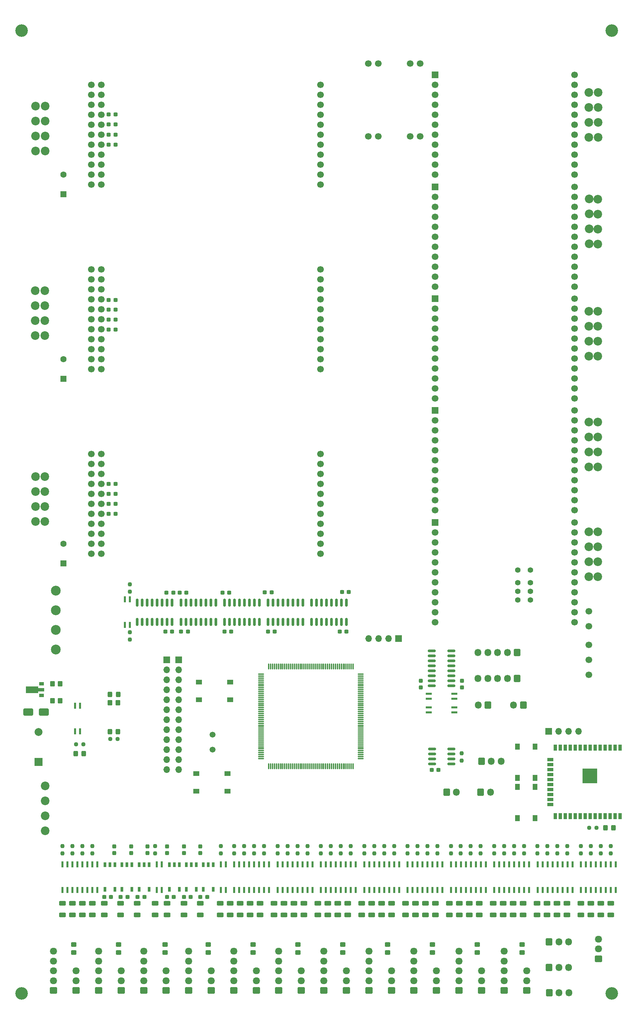
<source format=gbr>
%TF.GenerationSoftware,KiCad,Pcbnew,7.0.10*%
%TF.CreationDate,2024-02-14T22:06:42+09:00*%
%TF.ProjectId,crimping_machine,6372696d-7069-46e6-975f-6d616368696e,rev?*%
%TF.SameCoordinates,Original*%
%TF.FileFunction,Soldermask,Top*%
%TF.FilePolarity,Negative*%
%FSLAX46Y46*%
G04 Gerber Fmt 4.6, Leading zero omitted, Abs format (unit mm)*
G04 Created by KiCad (PCBNEW 7.0.10) date 2024-02-14 22:06:42*
%MOMM*%
%LPD*%
G01*
G04 APERTURE LIST*
G04 Aperture macros list*
%AMRoundRect*
0 Rectangle with rounded corners*
0 $1 Rounding radius*
0 $2 $3 $4 $5 $6 $7 $8 $9 X,Y pos of 4 corners*
0 Add a 4 corners polygon primitive as box body*
4,1,4,$2,$3,$4,$5,$6,$7,$8,$9,$2,$3,0*
0 Add four circle primitives for the rounded corners*
1,1,$1+$1,$2,$3*
1,1,$1+$1,$4,$5*
1,1,$1+$1,$6,$7*
1,1,$1+$1,$8,$9*
0 Add four rect primitives between the rounded corners*
20,1,$1+$1,$2,$3,$4,$5,0*
20,1,$1+$1,$4,$5,$6,$7,0*
20,1,$1+$1,$6,$7,$8,$9,0*
20,1,$1+$1,$8,$9,$2,$3,0*%
%AMFreePoly0*
4,1,9,3.862500,-0.866500,0.737500,-0.866500,0.737500,-0.450000,-0.737500,-0.450000,-0.737500,0.450000,0.737500,0.450000,0.737500,0.866500,3.862500,0.866500,3.862500,-0.866500,3.862500,-0.866500,$1*%
G04 Aperture macros list end*
%ADD10C,2.500000*%
%ADD11RoundRect,0.250000X0.675000X-0.600000X0.675000X0.600000X-0.675000X0.600000X-0.675000X-0.600000X0*%
%ADD12O,1.850000X1.700000*%
%ADD13RoundRect,0.250000X-0.625000X0.312500X-0.625000X-0.312500X0.625000X-0.312500X0.625000X0.312500X0*%
%ADD14RoundRect,0.250000X0.450000X-0.325000X0.450000X0.325000X-0.450000X0.325000X-0.450000X-0.325000X0*%
%ADD15RoundRect,0.237500X-0.300000X-0.237500X0.300000X-0.237500X0.300000X0.237500X-0.300000X0.237500X0*%
%ADD16RoundRect,0.237500X0.237500X-0.250000X0.237500X0.250000X-0.237500X0.250000X-0.237500X-0.250000X0*%
%ADD17C,3.200000*%
%ADD18C,1.700000*%
%ADD19RoundRect,0.250000X0.350000X0.450000X-0.350000X0.450000X-0.350000X-0.450000X0.350000X-0.450000X0*%
%ADD20RoundRect,0.137500X0.137500X-0.662500X0.137500X0.662500X-0.137500X0.662500X-0.137500X-0.662500X0*%
%ADD21RoundRect,0.237500X0.250000X0.237500X-0.250000X0.237500X-0.250000X-0.237500X0.250000X-0.237500X0*%
%ADD22C,2.200000*%
%ADD23RoundRect,0.237500X0.300000X0.237500X-0.300000X0.237500X-0.300000X-0.237500X0.300000X-0.237500X0*%
%ADD24R,0.800000X1.200000*%
%ADD25RoundRect,0.250000X-0.600000X-0.675000X0.600000X-0.675000X0.600000X0.675000X-0.600000X0.675000X0*%
%ADD26O,1.700000X1.850000*%
%ADD27R,1.700000X1.700000*%
%ADD28RoundRect,0.250000X-0.325000X-0.450000X0.325000X-0.450000X0.325000X0.450000X-0.325000X0.450000X0*%
%ADD29RoundRect,0.250000X-0.350000X-0.450000X0.350000X-0.450000X0.350000X0.450000X-0.350000X0.450000X0*%
%ADD30RoundRect,0.137500X-0.662500X-0.137500X0.662500X-0.137500X0.662500X0.137500X-0.662500X0.137500X0*%
%ADD31RoundRect,0.237500X0.237500X-0.300000X0.237500X0.300000X-0.237500X0.300000X-0.237500X-0.300000X0*%
%ADD32RoundRect,0.237500X-0.237500X0.250000X-0.237500X-0.250000X0.237500X-0.250000X0.237500X0.250000X0*%
%ADD33R,1.300000X0.900000*%
%ADD34FreePoly0,180.000000*%
%ADD35RoundRect,0.250000X0.600000X0.675000X-0.600000X0.675000X-0.600000X-0.675000X0.600000X-0.675000X0*%
%ADD36RoundRect,0.237500X-0.237500X0.300000X-0.237500X-0.300000X0.237500X-0.300000X0.237500X0.300000X0*%
%ADD37R,1.600000X1.600000*%
%ADD38C,1.600000*%
%ADD39RoundRect,0.150000X-0.825000X-0.150000X0.825000X-0.150000X0.825000X0.150000X-0.825000X0.150000X0*%
%ADD40RoundRect,0.150000X-0.150000X0.825000X-0.150000X-0.825000X0.150000X-0.825000X0.150000X0.825000X0*%
%ADD41O,1.700000X1.700000*%
%ADD42R,0.900000X1.500000*%
%ADD43R,1.500000X0.900000*%
%ADD44C,0.600000*%
%ADD45R,3.800000X3.800000*%
%ADD46RoundRect,0.150000X0.150000X-0.825000X0.150000X0.825000X-0.150000X0.825000X-0.150000X-0.825000X0*%
%ADD47R,1.550000X1.300000*%
%ADD48RoundRect,0.137500X-0.137500X0.662500X-0.137500X-0.662500X0.137500X-0.662500X0.137500X0.662500X0*%
%ADD49RoundRect,0.250000X-1.000000X-0.650000X1.000000X-0.650000X1.000000X0.650000X-1.000000X0.650000X0*%
%ADD50R,2.000000X2.000000*%
%ADD51C,2.000000*%
%ADD52R,1.300000X1.550000*%
%ADD53RoundRect,0.075000X-0.675000X-0.075000X0.675000X-0.075000X0.675000X0.075000X-0.675000X0.075000X0*%
%ADD54RoundRect,0.075000X-0.075000X-0.675000X0.075000X-0.675000X0.075000X0.675000X-0.075000X0.675000X0*%
%ADD55C,1.500000*%
%ADD56RoundRect,0.250000X0.325000X0.450000X-0.325000X0.450000X-0.325000X-0.450000X0.325000X-0.450000X0*%
%ADD57RoundRect,0.237500X-0.250000X-0.237500X0.250000X-0.237500X0.250000X0.237500X-0.250000X0.237500X0*%
%ADD58C,1.400000*%
G04 APERTURE END LIST*
D10*
%TO.C,J30*%
X-503650000Y-59400000D03*
X-503650000Y-64400000D03*
X-503650000Y-69400000D03*
X-503650000Y-74400000D03*
%TD*%
D11*
%TO.C,J23*%
X-389409580Y-161210000D03*
D12*
X-389409580Y-158710000D03*
X-389409580Y-156210000D03*
X-389409580Y-153710000D03*
X-389409580Y-151210000D03*
%TD*%
D13*
%TO.C,R48*%
X-431800000Y-138999500D03*
X-431800000Y-141924500D03*
%TD*%
D11*
%TO.C,J28*%
X-365364000Y-153122000D03*
D12*
X-365364000Y-150622000D03*
X-365364000Y-148122000D03*
%TD*%
D14*
%TO.C,D2*%
X-487680000Y-151520000D03*
X-487680000Y-149470000D03*
%TD*%
D13*
%TO.C,R54*%
X-423164000Y-138999500D03*
X-423164000Y-141924500D03*
%TD*%
D15*
%TO.C,C40*%
X-487145500Y-137414000D03*
X-485420500Y-137414000D03*
%TD*%
D16*
%TO.C,R75*%
X-395376400Y-126288800D03*
X-395376400Y-124463800D03*
%TD*%
D17*
%TO.C,H1*%
X-512445000Y83185000D03*
%TD*%
D13*
%TO.C,R80*%
X-387096000Y-138999500D03*
X-387096000Y-141924500D03*
%TD*%
D18*
%TO.C,U29*%
X-436245000Y43942000D03*
X-436245000Y46482000D03*
X-436245000Y49022000D03*
X-436245000Y51562000D03*
X-436245000Y54102000D03*
X-436245000Y56642000D03*
X-436245000Y59182000D03*
X-436245000Y61722000D03*
X-436245000Y64262000D03*
X-436245000Y66802000D03*
X-436245000Y69342000D03*
X-492125000Y69342000D03*
X-492125000Y66802000D03*
X-492125000Y64262000D03*
X-492125000Y61722000D03*
X-492125000Y59182000D03*
X-492125000Y56642000D03*
X-492125000Y54102000D03*
X-492125000Y51562000D03*
X-492125000Y49022000D03*
X-492125000Y46482000D03*
X-492125000Y43942000D03*
X-494665000Y43942000D03*
X-494665000Y46482000D03*
X-494665000Y49022000D03*
X-494665000Y51562000D03*
X-494665000Y54102000D03*
X-494665000Y56642000D03*
X-494665000Y59182000D03*
X-494665000Y61722000D03*
X-494665000Y64262000D03*
X-494665000Y66802000D03*
X-494665000Y69342000D03*
%TD*%
D19*
%TO.C,R26*%
X-487850000Y-87950000D03*
X-489850000Y-87950000D03*
%TD*%
D20*
%TO.C,U10*%
X-436108830Y-135584000D03*
X-434838830Y-135584000D03*
X-433568830Y-135584000D03*
X-432298830Y-135584000D03*
X-431028830Y-135584000D03*
X-429758830Y-135584000D03*
X-428488830Y-135584000D03*
X-427218830Y-135584000D03*
X-427218830Y-129084000D03*
X-428488830Y-129084000D03*
X-429758830Y-129084000D03*
X-431028830Y-129084000D03*
X-432298830Y-129084000D03*
X-433568830Y-129084000D03*
X-434838830Y-129084000D03*
X-436108830Y-129084000D03*
%TD*%
D21*
%TO.C,R100*%
X-365850000Y-119800000D03*
X-367675000Y-119800000D03*
%TD*%
D22*
%TO.C,J33*%
X-367770000Y240000D03*
X-367770000Y4050000D03*
X-367770000Y7860000D03*
X-367770000Y11670000D03*
%TD*%
D23*
%TO.C,C35*%
X-458967500Y-69785000D03*
X-460692500Y-69785000D03*
%TD*%
D24*
%TO.C,U34*%
X-486811060Y-135484000D03*
X-484271060Y-135484000D03*
X-484271060Y-129184000D03*
X-485541060Y-129184000D03*
X-486811060Y-129184000D03*
%TD*%
D14*
%TO.C,D4*%
X-464820000Y-151520000D03*
X-464820000Y-149470000D03*
%TD*%
D22*
%TO.C,J35*%
X-367820000Y56007000D03*
X-367820000Y59817000D03*
X-367820000Y63627000D03*
X-367820000Y67437000D03*
%TD*%
D20*
%TO.C,U31*%
X-461591240Y-135584000D03*
X-460321240Y-135584000D03*
X-460321240Y-129084000D03*
X-461591240Y-129084000D03*
%TD*%
D23*
%TO.C,C27*%
X-448691000Y-59817000D03*
X-450416000Y-59817000D03*
%TD*%
D20*
%TO.C,U11*%
X-425061360Y-135584000D03*
X-423791360Y-135584000D03*
X-422521360Y-135584000D03*
X-421251360Y-135584000D03*
X-419981360Y-135584000D03*
X-418711360Y-135584000D03*
X-417441360Y-135584000D03*
X-416171360Y-135584000D03*
X-416171360Y-129084000D03*
X-417441360Y-129084000D03*
X-418711360Y-129084000D03*
X-419981360Y-129084000D03*
X-421251360Y-129084000D03*
X-422521360Y-129084000D03*
X-423791360Y-129084000D03*
X-425061360Y-129084000D03*
%TD*%
D23*
%TO.C,C55*%
X-488475000Y7050000D03*
X-490200000Y7050000D03*
%TD*%
D16*
%TO.C,R41*%
X-442061600Y-126288800D03*
X-442061600Y-124463800D03*
%TD*%
D11*
%TO.C,J15*%
X-435350060Y-161210000D03*
D12*
X-435350060Y-158710000D03*
X-435350060Y-156210000D03*
X-435350060Y-153710000D03*
X-435350060Y-151210000D03*
%TD*%
D22*
%TO.C,J29*%
X-506410000Y-109120000D03*
X-506410000Y-112930000D03*
X-506410000Y-116740000D03*
X-506410000Y-120550000D03*
%TD*%
D14*
%TO.C,D5*%
X-453390000Y-151520000D03*
X-453390000Y-149470000D03*
%TD*%
D25*
%TO.C,J1*%
X-404050000Y-110738300D03*
D26*
X-401550000Y-110738300D03*
%TD*%
D13*
%TO.C,R46*%
X-434340000Y-138999500D03*
X-434340000Y-141924500D03*
%TD*%
D11*
%TO.C,J3*%
X-504260780Y-161210000D03*
D12*
X-504260780Y-158710000D03*
X-504260780Y-156210000D03*
X-504260780Y-153710000D03*
X-504260780Y-151210000D03*
%TD*%
D14*
%TO.C,D9*%
X-407670000Y-151520000D03*
X-407670000Y-149470000D03*
%TD*%
D18*
%TO.C,U27*%
X-436245000Y-50038000D03*
X-436245000Y-47498000D03*
X-436245000Y-44958000D03*
X-436245000Y-42418000D03*
X-436245000Y-39878000D03*
X-436245000Y-37338000D03*
X-436245000Y-34798000D03*
X-436245000Y-32258000D03*
X-436245000Y-29718000D03*
X-436245000Y-27178000D03*
X-436245000Y-24638000D03*
X-492125000Y-24638000D03*
X-492125000Y-27178000D03*
X-492125000Y-29718000D03*
X-492125000Y-32258000D03*
X-492125000Y-34798000D03*
X-492125000Y-37338000D03*
X-492125000Y-39878000D03*
X-492125000Y-42418000D03*
X-492125000Y-44958000D03*
X-492125000Y-47498000D03*
X-492125000Y-50038000D03*
X-494665000Y-50038000D03*
X-494665000Y-47498000D03*
X-494665000Y-44958000D03*
X-494665000Y-42418000D03*
X-494665000Y-39878000D03*
X-494665000Y-37338000D03*
X-494665000Y-34798000D03*
X-494665000Y-32258000D03*
X-494665000Y-29718000D03*
X-494665000Y-27178000D03*
X-494665000Y-24638000D03*
%TD*%
D27*
%TO.C,U24*%
X-407035000Y14922500D03*
D18*
X-407035000Y12382500D03*
X-407035000Y9842500D03*
X-407035000Y7302500D03*
X-407035000Y4762500D03*
X-407035000Y2222500D03*
X-407035000Y-317500D03*
X-407035000Y-2857500D03*
X-407035000Y-5397500D03*
X-407035000Y-7937500D03*
X-407035000Y-10477500D03*
X-371475000Y-10477500D03*
X-371475000Y-7937500D03*
X-371475000Y-5397500D03*
X-371475000Y-2857500D03*
X-371475000Y-317500D03*
X-371475000Y2222500D03*
X-371475000Y4762500D03*
X-371475000Y7302500D03*
X-371475000Y9842500D03*
X-371475000Y12382500D03*
X-371475000Y14922500D03*
%TD*%
D28*
%TO.C,D15*%
X-489852500Y-85800000D03*
X-487802500Y-85800000D03*
%TD*%
D29*
%TO.C,R24*%
X-504550000Y-83100000D03*
X-502550000Y-83100000D03*
%TD*%
D16*
%TO.C,R53*%
X-425043600Y-126288800D03*
X-425043600Y-124463800D03*
%TD*%
D13*
%TO.C,R19*%
X-482981000Y-138999500D03*
X-482981000Y-141924500D03*
%TD*%
%TO.C,R21*%
X-466852000Y-138999500D03*
X-466852000Y-141924500D03*
%TD*%
D30*
%TO.C,U41*%
X-408583200Y-89154000D03*
X-408583200Y-90424000D03*
X-402083200Y-90424000D03*
X-402083200Y-89154000D03*
%TD*%
D13*
%TO.C,R60*%
X-414528000Y-138999500D03*
X-414528000Y-141924500D03*
%TD*%
D11*
%TO.C,J21*%
X-400894700Y-161210000D03*
D12*
X-400894700Y-158710000D03*
X-400894700Y-156210000D03*
X-400894700Y-153710000D03*
X-400894700Y-151210000D03*
%TD*%
D13*
%TO.C,R76*%
X-392176000Y-138999500D03*
X-392176000Y-141924500D03*
%TD*%
D31*
%TO.C,C24*%
X-400177000Y-84068000D03*
X-400177000Y-82343000D03*
%TD*%
D32*
%TO.C,R1*%
X-400253200Y-100816400D03*
X-400253200Y-102641400D03*
%TD*%
D25*
%TO.C,J26*%
X-377952000Y-148859000D03*
D26*
X-375452000Y-148859000D03*
X-372952000Y-148859000D03*
%TD*%
D33*
%TO.C,Q1*%
X-507360000Y-86110000D03*
D34*
X-507447500Y-84610000D03*
D33*
X-507360000Y-83110000D03*
%TD*%
D35*
%TO.C,J54*%
X-384500000Y-88500000D03*
D26*
X-387000000Y-88500000D03*
%TD*%
D11*
%TO.C,J24*%
X-383667020Y-161210000D03*
D12*
X-383667020Y-158710000D03*
X-383667020Y-156210000D03*
%TD*%
D35*
%TO.C,J49*%
X-393500000Y-88500000D03*
D26*
X-396000000Y-88500000D03*
%TD*%
D22*
%TO.C,J41*%
X-506476000Y-30353000D03*
X-506476000Y-34163000D03*
X-506476000Y-37973000D03*
X-506476000Y-41783000D03*
%TD*%
D20*
%TO.C,U13*%
X-402966420Y-135584000D03*
X-401696420Y-135584000D03*
X-400426420Y-135584000D03*
X-399156420Y-135584000D03*
X-397886420Y-135584000D03*
X-396616420Y-135584000D03*
X-395346420Y-135584000D03*
X-394076420Y-135584000D03*
X-394076420Y-129084000D03*
X-395346420Y-129084000D03*
X-396616420Y-129084000D03*
X-397886420Y-129084000D03*
X-399156420Y-129084000D03*
X-400426420Y-129084000D03*
X-401696420Y-129084000D03*
X-402966420Y-129084000D03*
%TD*%
%TO.C,U8*%
X-458203770Y-135584000D03*
X-456933770Y-135584000D03*
X-455663770Y-135584000D03*
X-454393770Y-135584000D03*
X-453123770Y-135584000D03*
X-451853770Y-135584000D03*
X-450583770Y-135584000D03*
X-449313770Y-135584000D03*
X-449313770Y-129084000D03*
X-450583770Y-129084000D03*
X-451853770Y-129084000D03*
X-453123770Y-129084000D03*
X-454393770Y-129084000D03*
X-455663770Y-129084000D03*
X-456933770Y-129084000D03*
X-458203770Y-129084000D03*
%TD*%
D36*
%TO.C,C38*%
X-480314000Y-124513800D03*
X-480314000Y-126238800D03*
%TD*%
D11*
%TO.C,J10*%
X-464062860Y-161210000D03*
D12*
X-464062860Y-158710000D03*
X-464062860Y-156210000D03*
%TD*%
D11*
%TO.C,J22*%
X-395152140Y-161210000D03*
D12*
X-395152140Y-158710000D03*
X-395152140Y-156210000D03*
%TD*%
D37*
%TO.C,C48*%
X-501700000Y-52500000D03*
D38*
X-501700000Y-47500000D03*
%TD*%
D16*
%TO.C,R67*%
X-406400000Y-126288800D03*
X-406400000Y-124463800D03*
%TD*%
D14*
%TO.C,D10*%
X-396240000Y-151520000D03*
X-396240000Y-149470000D03*
%TD*%
D11*
%TO.C,J13*%
X-446835180Y-161210000D03*
D12*
X-446835180Y-158710000D03*
X-446835180Y-156210000D03*
X-446835180Y-153710000D03*
X-446835180Y-151210000D03*
%TD*%
D27*
%TO.C,U25*%
X-407035000Y43402250D03*
D18*
X-407035000Y40862250D03*
X-407035000Y38322250D03*
X-407035000Y35782250D03*
X-407035000Y33242250D03*
X-407035000Y30702250D03*
X-407035000Y28162250D03*
X-407035000Y25622250D03*
X-407035000Y23082250D03*
X-407035000Y20542250D03*
X-407035000Y18002250D03*
X-371475000Y18002250D03*
X-371475000Y20542250D03*
X-371475000Y23082250D03*
X-371475000Y25622250D03*
X-371475000Y28162250D03*
X-371475000Y30702250D03*
X-371475000Y33242250D03*
X-371475000Y35782250D03*
X-371475000Y38322250D03*
X-371475000Y40862250D03*
X-371475000Y43402250D03*
%TD*%
D39*
%TO.C,U4*%
X-407797000Y-99745800D03*
X-407797000Y-101015800D03*
X-407797000Y-102285800D03*
X-407797000Y-103555800D03*
X-402847000Y-103555800D03*
X-402847000Y-102285800D03*
X-402847000Y-101015800D03*
X-402847000Y-99745800D03*
%TD*%
D13*
%TO.C,R98*%
X-362204000Y-138999500D03*
X-362204000Y-141924500D03*
%TD*%
%TO.C,R12*%
X-478409000Y-138999500D03*
X-478409000Y-141924500D03*
%TD*%
D14*
%TO.C,D11*%
X-384810000Y-151520000D03*
X-384810000Y-149470000D03*
%TD*%
D16*
%TO.C,R31*%
X-455676000Y-126288800D03*
X-455676000Y-124463800D03*
%TD*%
D23*
%TO.C,C29*%
X-470016500Y-69785000D03*
X-471741500Y-69785000D03*
%TD*%
D13*
%TO.C,R66*%
X-406908000Y-138999500D03*
X-406908000Y-141924500D03*
%TD*%
D15*
%TO.C,C45*%
X-475334500Y-137414000D03*
X-473609500Y-137414000D03*
%TD*%
D13*
%TO.C,R62*%
X-411988000Y-138999500D03*
X-411988000Y-141924500D03*
%TD*%
D18*
%TO.C,U39*%
X-410808000Y74764000D03*
X-413348000Y74764000D03*
X-421476000Y74764000D03*
X-424016000Y74764000D03*
X-424016000Y56222000D03*
X-421476000Y56222000D03*
X-413348000Y56222000D03*
X-410808000Y56222000D03*
%TD*%
D11*
%TO.C,J12*%
X-452577740Y-161210000D03*
D12*
X-452577740Y-158710000D03*
X-452577740Y-156210000D03*
%TD*%
D13*
%TO.C,R16*%
X-475361000Y-138999500D03*
X-475361000Y-141924500D03*
%TD*%
D16*
%TO.C,R15*%
X-461619600Y-126288800D03*
X-461619600Y-124463800D03*
%TD*%
D40*
%TO.C,U21*%
X-429577500Y-62422000D03*
X-430847500Y-62422000D03*
X-432117500Y-62422000D03*
X-433387500Y-62422000D03*
X-434657500Y-62422000D03*
X-435927500Y-62422000D03*
X-437197500Y-62422000D03*
X-438467500Y-62422000D03*
X-438467500Y-67372000D03*
X-437197500Y-67372000D03*
X-435927500Y-67372000D03*
X-434657500Y-67372000D03*
X-433387500Y-67372000D03*
X-432117500Y-67372000D03*
X-430847500Y-67372000D03*
X-429577500Y-67372000D03*
%TD*%
D16*
%TO.C,R93*%
X-369824000Y-126288800D03*
X-369824000Y-124463800D03*
%TD*%
D13*
%TO.C,R44*%
X-436880000Y-138999500D03*
X-436880000Y-141924500D03*
%TD*%
D24*
%TO.C,U32*%
X-491158530Y-135484000D03*
X-488618530Y-135484000D03*
X-488618530Y-129184000D03*
X-489888530Y-129184000D03*
X-491158530Y-129184000D03*
%TD*%
D13*
%TO.C,R8*%
X-502031000Y-138999500D03*
X-502031000Y-141924500D03*
%TD*%
D16*
%TO.C,R45*%
X-436118000Y-126288800D03*
X-436118000Y-124463800D03*
%TD*%
D20*
%TO.C,U15*%
X-380871480Y-135584000D03*
X-379601480Y-135584000D03*
X-378331480Y-135584000D03*
X-377061480Y-135584000D03*
X-375791480Y-135584000D03*
X-374521480Y-135584000D03*
X-373251480Y-135584000D03*
X-371981480Y-135584000D03*
X-371981480Y-129084000D03*
X-373251480Y-129084000D03*
X-374521480Y-129084000D03*
X-375791480Y-129084000D03*
X-377061480Y-129084000D03*
X-378331480Y-129084000D03*
X-379601480Y-129084000D03*
X-380871480Y-129084000D03*
%TD*%
D16*
%TO.C,R33*%
X-453136000Y-126288800D03*
X-453136000Y-124463800D03*
%TD*%
D35*
%TO.C,J52*%
X-386050000Y-75200000D03*
D26*
X-388550000Y-75200000D03*
X-391050000Y-75200000D03*
X-393550000Y-75200000D03*
X-396050000Y-75200000D03*
%TD*%
D13*
%TO.C,R20*%
X-471043000Y-138999500D03*
X-471043000Y-141924500D03*
%TD*%
%TO.C,R50*%
X-429260000Y-138999500D03*
X-429260000Y-141924500D03*
%TD*%
D25*
%TO.C,J25*%
X-377952000Y-155336000D03*
D26*
X-375452000Y-155336000D03*
X-372952000Y-155336000D03*
%TD*%
D16*
%TO.C,R63*%
X-411480000Y-126288800D03*
X-411480000Y-124463800D03*
%TD*%
D24*
%TO.C,U35*%
X-482463590Y-135484000D03*
X-479923590Y-135484000D03*
X-479923590Y-129184000D03*
X-481193590Y-129184000D03*
X-482463590Y-129184000D03*
%TD*%
D16*
%TO.C,R65*%
X-408940000Y-126288800D03*
X-408940000Y-124463800D03*
%TD*%
D28*
%TO.C,D14*%
X-489865000Y-95300000D03*
X-487815000Y-95300000D03*
%TD*%
D27*
%TO.C,J48*%
X-416306000Y-71602600D03*
D41*
X-418846000Y-71602600D03*
X-421386000Y-71602600D03*
X-423926000Y-71602600D03*
%TD*%
D21*
%TO.C,R25*%
X-487950000Y-97150000D03*
X-489775000Y-97150000D03*
%TD*%
D23*
%TO.C,C58*%
X-488475000Y14550000D03*
X-490200000Y14550000D03*
%TD*%
D24*
%TO.C,U7*%
X-470421180Y-135484000D03*
X-467881180Y-135484000D03*
X-467881180Y-129184000D03*
X-469151180Y-129184000D03*
X-470421180Y-129184000D03*
%TD*%
D18*
%TO.C,U28*%
X-436245000Y-3048000D03*
X-436245000Y-508000D03*
X-436245000Y2032000D03*
X-436245000Y4572000D03*
X-436245000Y7112000D03*
X-436245000Y9652000D03*
X-436245000Y12192000D03*
X-436245000Y14732000D03*
X-436245000Y17272000D03*
X-436245000Y19812000D03*
X-436245000Y22352000D03*
X-492125000Y22352000D03*
X-492125000Y19812000D03*
X-492125000Y17272000D03*
X-492125000Y14732000D03*
X-492125000Y12192000D03*
X-492125000Y9652000D03*
X-492125000Y7112000D03*
X-492125000Y4572000D03*
X-492125000Y2032000D03*
X-492125000Y-508000D03*
X-492125000Y-3048000D03*
X-494665000Y-3048000D03*
X-494665000Y-508000D03*
X-494665000Y2032000D03*
X-494665000Y4572000D03*
X-494665000Y7112000D03*
X-494665000Y9652000D03*
X-494665000Y12192000D03*
X-494665000Y14732000D03*
X-494665000Y17272000D03*
X-494665000Y19812000D03*
X-494665000Y22352000D03*
%TD*%
D16*
%TO.C,R79*%
X-389382000Y-126288800D03*
X-389382000Y-124463800D03*
%TD*%
D27*
%TO.C,J56*%
X-378080000Y-95220000D03*
D41*
X-375540000Y-95220000D03*
X-373000000Y-95220000D03*
X-370460000Y-95220000D03*
%TD*%
D36*
%TO.C,C43*%
X-471043000Y-124513800D03*
X-471043000Y-126238800D03*
%TD*%
D42*
%TO.C,U1*%
X-359860000Y-99350000D03*
X-361130000Y-99350000D03*
X-362400000Y-99350000D03*
X-363670000Y-99350000D03*
X-364940000Y-99350000D03*
X-366210000Y-99350000D03*
X-367480000Y-99350000D03*
X-368750000Y-99350000D03*
X-370020000Y-99350000D03*
X-371290000Y-99350000D03*
X-372560000Y-99350000D03*
X-373830000Y-99350000D03*
X-375100000Y-99350000D03*
X-376370000Y-99350000D03*
D43*
X-377620000Y-102390000D03*
X-377620000Y-103660000D03*
X-377620000Y-104930000D03*
X-377620000Y-106200000D03*
X-377620000Y-107470000D03*
X-377620000Y-108740000D03*
X-377620000Y-110010000D03*
X-377620000Y-111280000D03*
X-377620000Y-112550000D03*
X-377620000Y-113820000D03*
D42*
X-376370000Y-116850000D03*
X-375100000Y-116850000D03*
X-373830000Y-116850000D03*
X-372560000Y-116850000D03*
X-371290000Y-116850000D03*
X-370020000Y-116850000D03*
X-368750000Y-116850000D03*
X-367480000Y-116850000D03*
X-366210000Y-116850000D03*
X-364940000Y-116850000D03*
X-363670000Y-116850000D03*
X-362400000Y-116850000D03*
X-361130000Y-116850000D03*
X-359860000Y-116850000D03*
D44*
X-366880000Y-105200000D03*
X-368280000Y-105200000D03*
X-366180000Y-105900000D03*
X-367580000Y-105900000D03*
X-368980000Y-105900000D03*
X-366880000Y-106575000D03*
X-368280000Y-106575000D03*
D45*
X-367580000Y-106600000D03*
D44*
X-366180000Y-107300000D03*
X-367580000Y-107300000D03*
X-368980000Y-107300000D03*
X-366880000Y-108000000D03*
X-368280000Y-108000000D03*
%TD*%
D23*
%TO.C,C56*%
X-488475000Y9600000D03*
X-490200000Y9600000D03*
%TD*%
D13*
%TO.C,R17*%
X-491363000Y-138999500D03*
X-491363000Y-141924500D03*
%TD*%
D24*
%TO.C,U30*%
X-474768650Y-135484000D03*
X-472228650Y-135484000D03*
X-472228650Y-129184000D03*
X-473498650Y-129184000D03*
X-474768650Y-129184000D03*
%TD*%
D16*
%TO.C,R55*%
X-422503600Y-126288800D03*
X-422503600Y-124463800D03*
%TD*%
D36*
%TO.C,C37*%
X-484505000Y-124513800D03*
X-484505000Y-126238800D03*
%TD*%
D22*
%TO.C,J46*%
X-506437000Y63910000D03*
X-506437000Y60100000D03*
X-506437000Y56290000D03*
X-506437000Y52480000D03*
%TD*%
D13*
%TO.C,R30*%
X-456692000Y-138999500D03*
X-456692000Y-141924500D03*
%TD*%
%TO.C,R82*%
X-384556000Y-138999500D03*
X-384556000Y-141924500D03*
%TD*%
D46*
%TO.C,U18*%
X-471805000Y-67372000D03*
X-470535000Y-67372000D03*
X-469265000Y-67372000D03*
X-467995000Y-67372000D03*
X-466725000Y-67372000D03*
X-465455000Y-67372000D03*
X-464185000Y-67372000D03*
X-462915000Y-67372000D03*
X-462915000Y-62422000D03*
X-464185000Y-62422000D03*
X-465455000Y-62422000D03*
X-466725000Y-62422000D03*
X-467995000Y-62422000D03*
X-469265000Y-62422000D03*
X-470535000Y-62422000D03*
X-471805000Y-62422000D03*
%TD*%
D47*
%TO.C,SW3*%
X-467850000Y-106000000D03*
X-459900000Y-106000000D03*
X-467850000Y-110500000D03*
X-459900000Y-110500000D03*
%TD*%
D27*
%TO.C,J55*%
X-475400000Y-77060000D03*
D41*
X-475400000Y-79600000D03*
X-475400000Y-82140000D03*
X-475400000Y-84680000D03*
X-475400000Y-87220000D03*
X-475400000Y-89760000D03*
X-475400000Y-92300000D03*
X-475400000Y-94840000D03*
X-475400000Y-97380000D03*
X-475400000Y-99920000D03*
X-475400000Y-102460000D03*
X-475400000Y-105000000D03*
%TD*%
D11*
%TO.C,J20*%
X-406637260Y-161210000D03*
D12*
X-406637260Y-158710000D03*
X-406637260Y-156210000D03*
%TD*%
D13*
%TO.C,R6*%
X-499491000Y-138999500D03*
X-499491000Y-141924500D03*
%TD*%
D25*
%TO.C,J27*%
X-377912000Y-161813000D03*
D26*
X-375412000Y-161813000D03*
X-372912000Y-161813000D03*
%TD*%
D27*
%TO.C,U22*%
X-407035000Y-42037000D03*
D18*
X-407035000Y-44577000D03*
X-407035000Y-47117000D03*
X-407035000Y-49657000D03*
X-407035000Y-52197000D03*
X-407035000Y-54737000D03*
X-407035000Y-57277000D03*
X-407035000Y-59817000D03*
X-407035000Y-62357000D03*
X-407035000Y-64897000D03*
X-407035000Y-67437000D03*
X-371475000Y-67437000D03*
X-371475000Y-64897000D03*
X-371475000Y-62357000D03*
X-371475000Y-59817000D03*
X-371475000Y-57277000D03*
X-371475000Y-54737000D03*
X-371475000Y-52197000D03*
X-371475000Y-49657000D03*
X-371475000Y-47117000D03*
X-371475000Y-44577000D03*
X-371475000Y-42037000D03*
%TD*%
D15*
%TO.C,C34*%
X-430731000Y-59752000D03*
X-429006000Y-59752000D03*
%TD*%
D23*
%TO.C,C33*%
X-447865500Y-69785000D03*
X-449590500Y-69785000D03*
%TD*%
%TO.C,C54*%
X-488475000Y-32250000D03*
X-490200000Y-32250000D03*
%TD*%
D39*
%TO.C,U40*%
X-407808200Y-74726800D03*
X-407808200Y-75996800D03*
X-407808200Y-77266800D03*
X-407808200Y-78536800D03*
X-407808200Y-79806800D03*
X-407808200Y-81076800D03*
X-407808200Y-82346800D03*
X-407808200Y-83616800D03*
X-402858200Y-83616800D03*
X-402858200Y-82346800D03*
X-402858200Y-81076800D03*
X-402858200Y-79806800D03*
X-402858200Y-78536800D03*
X-402858200Y-77266800D03*
X-402858200Y-75996800D03*
X-402858200Y-74726800D03*
%TD*%
D13*
%TO.C,R68*%
X-403352000Y-138999500D03*
X-403352000Y-141924500D03*
%TD*%
D23*
%TO.C,C15*%
X-406146000Y-105054400D03*
X-407871000Y-105054400D03*
%TD*%
D13*
%TO.C,R86*%
X-378460000Y-138999500D03*
X-378460000Y-141924500D03*
%TD*%
D35*
%TO.C,J53*%
X-386050000Y-81804000D03*
D26*
X-388550000Y-81804000D03*
X-391050000Y-81804000D03*
X-393550000Y-81804000D03*
X-396050000Y-81804000D03*
%TD*%
D16*
%TO.C,R37*%
X-447141600Y-126288800D03*
X-447141600Y-124463800D03*
%TD*%
D11*
%TO.C,J6*%
X-487033100Y-161210000D03*
D12*
X-487033100Y-158710000D03*
X-487033100Y-156210000D03*
%TD*%
D48*
%TO.C,U42*%
X-484830000Y-61647000D03*
X-486100000Y-61647000D03*
X-486100000Y-68147000D03*
X-484830000Y-68147000D03*
%TD*%
D40*
%TO.C,U19*%
X-474027500Y-62422000D03*
X-475297500Y-62422000D03*
X-476567500Y-62422000D03*
X-477837500Y-62422000D03*
X-479107500Y-62422000D03*
X-480377500Y-62422000D03*
X-481647500Y-62422000D03*
X-482917500Y-62422000D03*
X-482917500Y-67372000D03*
X-481647500Y-67372000D03*
X-480377500Y-67372000D03*
X-479107500Y-67372000D03*
X-477837500Y-67372000D03*
X-476567500Y-67372000D03*
X-475297500Y-67372000D03*
X-474027500Y-67372000D03*
%TD*%
D19*
%TO.C,R23*%
X-502570000Y-87410000D03*
X-504570000Y-87410000D03*
%TD*%
D16*
%TO.C,R61*%
X-414020000Y-126288800D03*
X-414020000Y-124463800D03*
%TD*%
D25*
%TO.C,J47*%
X-395150000Y-102850000D03*
D26*
X-392650000Y-102850000D03*
X-390150000Y-102850000D03*
%TD*%
D16*
%TO.C,R81*%
X-386842000Y-126288800D03*
X-386842000Y-124463800D03*
%TD*%
D49*
%TO.C,D12*%
X-510750000Y-90340000D03*
X-506750000Y-90340000D03*
%TD*%
D16*
%TO.C,R57*%
X-419963600Y-126288800D03*
X-419963600Y-124463800D03*
%TD*%
D11*
%TO.C,J19*%
X-412379820Y-161210000D03*
D12*
X-412379820Y-158710000D03*
X-412379820Y-156210000D03*
X-412379820Y-153710000D03*
X-412379820Y-151210000D03*
%TD*%
D31*
%TO.C,C23*%
X-410641800Y-84048600D03*
X-410641800Y-82323600D03*
%TD*%
D16*
%TO.C,R59*%
X-417423600Y-126288800D03*
X-417423600Y-124463800D03*
%TD*%
D17*
%TO.C,H5*%
X-361950000Y-161925000D03*
%TD*%
D11*
%TO.C,J17*%
X-423864940Y-161210000D03*
D12*
X-423864940Y-158710000D03*
X-423864940Y-156210000D03*
X-423864940Y-153710000D03*
X-423864940Y-151210000D03*
%TD*%
D32*
%TO.C,R102*%
X-484840000Y-70010000D03*
X-484840000Y-71835000D03*
%TD*%
D22*
%TO.C,J44*%
X-506487000Y16920000D03*
X-506487000Y13110000D03*
X-506487000Y9300000D03*
X-506487000Y5490000D03*
%TD*%
D37*
%TO.C,C49*%
X-501700000Y-5500000D03*
D38*
X-501700000Y-500000D03*
%TD*%
D16*
%TO.C,R11*%
X-494411000Y-126288800D03*
X-494411000Y-124463800D03*
%TD*%
D15*
%TO.C,C30*%
X-475462500Y-59879000D03*
X-473737500Y-59879000D03*
%TD*%
D30*
%TO.C,U38*%
X-408583200Y-85670400D03*
X-408583200Y-86940400D03*
X-402083200Y-86940400D03*
X-402083200Y-85670400D03*
%TD*%
D22*
%TO.C,J31*%
X-367800000Y-55850000D03*
X-367800000Y-52040000D03*
X-367800000Y-48230000D03*
X-367800000Y-44420000D03*
%TD*%
D13*
%TO.C,R78*%
X-389636000Y-138999500D03*
X-389636000Y-141924500D03*
%TD*%
D50*
%TO.C,BZ1*%
X-508120000Y-103020000D03*
D51*
X-508120000Y-95420000D03*
%TD*%
D14*
%TO.C,D3*%
X-475800000Y-151520000D03*
X-475800000Y-149470000D03*
%TD*%
D27*
%TO.C,U23*%
X-407035000Y-13557250D03*
D18*
X-407035000Y-16097250D03*
X-407035000Y-18637250D03*
X-407035000Y-21177250D03*
X-407035000Y-23717250D03*
X-407035000Y-26257250D03*
X-407035000Y-28797250D03*
X-407035000Y-31337250D03*
X-407035000Y-33877250D03*
X-407035000Y-36417250D03*
X-407035000Y-38957250D03*
X-371475000Y-38957250D03*
X-371475000Y-36417250D03*
X-371475000Y-33877250D03*
X-371475000Y-31337250D03*
X-371475000Y-28797250D03*
X-371475000Y-26257250D03*
X-371475000Y-23717250D03*
X-371475000Y-21177250D03*
X-371475000Y-18637250D03*
X-371475000Y-16097250D03*
X-371475000Y-13557250D03*
%TD*%
D11*
%TO.C,J5*%
X-492775660Y-161210000D03*
D12*
X-492775660Y-158710000D03*
X-492775660Y-156210000D03*
X-492775660Y-153710000D03*
X-492775660Y-151210000D03*
%TD*%
D11*
%TO.C,J11*%
X-458320300Y-161210000D03*
D12*
X-458320300Y-158710000D03*
X-458320300Y-156210000D03*
X-458320300Y-153710000D03*
X-458320300Y-151210000D03*
%TD*%
D16*
%TO.C,R43*%
X-439521600Y-126288800D03*
X-439521600Y-124463800D03*
%TD*%
D24*
%TO.C,U33*%
X-466073710Y-135484000D03*
X-463533710Y-135484000D03*
X-463533710Y-129184000D03*
X-464803710Y-129184000D03*
X-466073710Y-129184000D03*
%TD*%
D16*
%TO.C,R85*%
X-380898400Y-126288800D03*
X-380898400Y-124463800D03*
%TD*%
D13*
%TO.C,R58*%
X-418084000Y-138999500D03*
X-418084000Y-141924500D03*
%TD*%
D23*
%TO.C,C52*%
X-488475000Y-37300000D03*
X-490200000Y-37300000D03*
%TD*%
D52*
%TO.C,SW1*%
X-381530000Y-109350000D03*
X-381530000Y-117300000D03*
X-386030000Y-109350000D03*
X-386030000Y-117300000D03*
%TD*%
D18*
%TO.C,J51*%
X-367820000Y-80800000D03*
X-367820000Y-76990000D03*
X-367820000Y-73180000D03*
%TD*%
D13*
%TO.C,R18*%
X-487172000Y-138999500D03*
X-487172000Y-141924500D03*
%TD*%
%TO.C,R70*%
X-400812000Y-138999500D03*
X-400812000Y-141924500D03*
%TD*%
D16*
%TO.C,R29*%
X-458216000Y-126288800D03*
X-458216000Y-124463800D03*
%TD*%
D20*
%TO.C,U12*%
X-414013890Y-135584000D03*
X-412743890Y-135584000D03*
X-411473890Y-135584000D03*
X-410203890Y-135584000D03*
X-408933890Y-135584000D03*
X-407663890Y-135584000D03*
X-406393890Y-135584000D03*
X-405123890Y-135584000D03*
X-405123890Y-129084000D03*
X-406393890Y-129084000D03*
X-407663890Y-129084000D03*
X-408933890Y-129084000D03*
X-410203890Y-129084000D03*
X-411473890Y-129084000D03*
X-412743890Y-129084000D03*
X-414013890Y-129084000D03*
%TD*%
D16*
%TO.C,R71*%
X-400456400Y-126288800D03*
X-400456400Y-124463800D03*
%TD*%
D13*
%TO.C,R92*%
X-369824000Y-138999500D03*
X-369824000Y-141924500D03*
%TD*%
%TO.C,R32*%
X-454152000Y-138999500D03*
X-454152000Y-141924500D03*
%TD*%
D16*
%TO.C,R97*%
X-364744000Y-126288800D03*
X-364744000Y-124463800D03*
%TD*%
D11*
%TO.C,J18*%
X-418122380Y-161210000D03*
D12*
X-418122380Y-158710000D03*
X-418122380Y-156210000D03*
%TD*%
D14*
%TO.C,D1*%
X-499110000Y-151520000D03*
X-499110000Y-149470000D03*
%TD*%
D22*
%TO.C,J32*%
X-367795000Y-27940000D03*
X-367795000Y-24130000D03*
X-367795000Y-20320000D03*
X-367795000Y-16510000D03*
%TD*%
D23*
%TO.C,C57*%
X-488475000Y12100000D03*
X-490200000Y12100000D03*
%TD*%
D36*
%TO.C,C36*%
X-488823000Y-124513800D03*
X-488823000Y-126238800D03*
%TD*%
D11*
%TO.C,J14*%
X-441092620Y-161210000D03*
D12*
X-441092620Y-158710000D03*
X-441092620Y-156210000D03*
%TD*%
D11*
%TO.C,J7*%
X-481290540Y-161210000D03*
D12*
X-481290540Y-158710000D03*
X-481290540Y-156210000D03*
X-481290540Y-153710000D03*
X-481290540Y-151210000D03*
%TD*%
D23*
%TO.C,C60*%
X-488475000Y56700000D03*
X-490200000Y56700000D03*
%TD*%
D46*
%TO.C,U17*%
X-449580000Y-67372000D03*
X-448310000Y-67372000D03*
X-447040000Y-67372000D03*
X-445770000Y-67372000D03*
X-444500000Y-67372000D03*
X-443230000Y-67372000D03*
X-441960000Y-67372000D03*
X-440690000Y-67372000D03*
X-440690000Y-62422000D03*
X-441960000Y-62422000D03*
X-443230000Y-62422000D03*
X-444500000Y-62422000D03*
X-445770000Y-62422000D03*
X-447040000Y-62422000D03*
X-448310000Y-62422000D03*
X-449580000Y-62422000D03*
%TD*%
D11*
%TO.C,J8*%
X-475547980Y-161210000D03*
D12*
X-475547980Y-158710000D03*
X-475547980Y-156210000D03*
%TD*%
D23*
%TO.C,C53*%
X-488475000Y-34800000D03*
X-490200000Y-34800000D03*
%TD*%
D15*
%TO.C,C39*%
X-491336500Y-137414000D03*
X-489611500Y-137414000D03*
%TD*%
D14*
%TO.C,D6*%
X-441960000Y-151520000D03*
X-441960000Y-149470000D03*
%TD*%
D22*
%TO.C,J34*%
X-367745000Y28865000D03*
X-367745000Y32675000D03*
X-367745000Y36485000D03*
X-367745000Y40295000D03*
%TD*%
D13*
%TO.C,R94*%
X-367284000Y-138999500D03*
X-367284000Y-141924500D03*
%TD*%
D47*
%TO.C,SW4*%
X-467225000Y-82700000D03*
X-459275000Y-82700000D03*
X-467225000Y-87200000D03*
X-459275000Y-87200000D03*
%TD*%
D16*
%TO.C,R77*%
X-391922000Y-126288800D03*
X-391922000Y-124463800D03*
%TD*%
D13*
%TO.C,R28*%
X-459232000Y-138999500D03*
X-459232000Y-141924500D03*
%TD*%
D16*
%TO.C,R39*%
X-444601600Y-126288800D03*
X-444601600Y-124463800D03*
%TD*%
%TO.C,R87*%
X-378358400Y-126288800D03*
X-378358400Y-124463800D03*
%TD*%
%TO.C,R35*%
X-450596000Y-126288800D03*
X-450596000Y-124463800D03*
%TD*%
D15*
%TO.C,C41*%
X-482827500Y-137414000D03*
X-481102500Y-137414000D03*
%TD*%
D25*
%TO.C,J50*%
X-395361200Y-110718600D03*
D26*
X-392861200Y-110718600D03*
%TD*%
D16*
%TO.C,R7*%
X-499491000Y-126288800D03*
X-499491000Y-124463800D03*
%TD*%
D52*
%TO.C,SW2*%
X-381530000Y-99160000D03*
X-381530000Y-107110000D03*
X-386030000Y-99160000D03*
X-386030000Y-107110000D03*
%TD*%
D16*
%TO.C,R5*%
X-496951000Y-126288800D03*
X-496951000Y-124463800D03*
%TD*%
%TO.C,R69*%
X-402966400Y-126288800D03*
X-402966400Y-124463800D03*
%TD*%
D53*
%TO.C,U2*%
X-451333000Y-80664600D03*
X-451333000Y-81164600D03*
X-451333000Y-81664600D03*
X-451333000Y-82164600D03*
X-451333000Y-82664600D03*
X-451333000Y-83164600D03*
X-451333000Y-83664600D03*
X-451333000Y-84164600D03*
X-451333000Y-84664600D03*
X-451333000Y-85164600D03*
X-451333000Y-85664600D03*
X-451333000Y-86164600D03*
X-451333000Y-86664600D03*
X-451333000Y-87164600D03*
X-451333000Y-87664600D03*
X-451333000Y-88164600D03*
X-451333000Y-88664600D03*
X-451333000Y-89164600D03*
X-451333000Y-89664600D03*
X-451333000Y-90164600D03*
X-451333000Y-90664600D03*
X-451333000Y-91164600D03*
X-451333000Y-91664600D03*
X-451333000Y-92164600D03*
X-451333000Y-92664600D03*
X-451333000Y-93164600D03*
X-451333000Y-93664600D03*
X-451333000Y-94164600D03*
X-451333000Y-94664600D03*
X-451333000Y-95164600D03*
X-451333000Y-95664600D03*
X-451333000Y-96164600D03*
X-451333000Y-96664600D03*
X-451333000Y-97164600D03*
X-451333000Y-97664600D03*
X-451333000Y-98164600D03*
X-451333000Y-98664600D03*
X-451333000Y-99164600D03*
X-451333000Y-99664600D03*
X-451333000Y-100164600D03*
X-451333000Y-100664600D03*
X-451333000Y-101164600D03*
X-451333000Y-101664600D03*
X-451333000Y-102164600D03*
D54*
X-449408000Y-104089600D03*
X-448908000Y-104089600D03*
X-448408000Y-104089600D03*
X-447908000Y-104089600D03*
X-447408000Y-104089600D03*
X-446908000Y-104089600D03*
X-446408000Y-104089600D03*
X-445908000Y-104089600D03*
X-445408000Y-104089600D03*
X-444908000Y-104089600D03*
X-444408000Y-104089600D03*
X-443908000Y-104089600D03*
X-443408000Y-104089600D03*
X-442908000Y-104089600D03*
X-442408000Y-104089600D03*
X-441908000Y-104089600D03*
X-441408000Y-104089600D03*
X-440908000Y-104089600D03*
X-440408000Y-104089600D03*
X-439908000Y-104089600D03*
X-439408000Y-104089600D03*
X-438908000Y-104089600D03*
X-438408000Y-104089600D03*
X-437908000Y-104089600D03*
X-437408000Y-104089600D03*
X-436908000Y-104089600D03*
X-436408000Y-104089600D03*
X-435908000Y-104089600D03*
X-435408000Y-104089600D03*
X-434908000Y-104089600D03*
X-434408000Y-104089600D03*
X-433908000Y-104089600D03*
X-433408000Y-104089600D03*
X-432908000Y-104089600D03*
X-432408000Y-104089600D03*
X-431908000Y-104089600D03*
X-431408000Y-104089600D03*
X-430908000Y-104089600D03*
X-430408000Y-104089600D03*
X-429908000Y-104089600D03*
X-429408000Y-104089600D03*
X-428908000Y-104089600D03*
X-428408000Y-104089600D03*
X-427908000Y-104089600D03*
D53*
X-425983000Y-102164600D03*
X-425983000Y-101664600D03*
X-425983000Y-101164600D03*
X-425983000Y-100664600D03*
X-425983000Y-100164600D03*
X-425983000Y-99664600D03*
X-425983000Y-99164600D03*
X-425983000Y-98664600D03*
X-425983000Y-98164600D03*
X-425983000Y-97664600D03*
X-425983000Y-97164600D03*
X-425983000Y-96664600D03*
X-425983000Y-96164600D03*
X-425983000Y-95664600D03*
X-425983000Y-95164600D03*
X-425983000Y-94664600D03*
X-425983000Y-94164600D03*
X-425983000Y-93664600D03*
X-425983000Y-93164600D03*
X-425983000Y-92664600D03*
X-425983000Y-92164600D03*
X-425983000Y-91664600D03*
X-425983000Y-91164600D03*
X-425983000Y-90664600D03*
X-425983000Y-90164600D03*
X-425983000Y-89664600D03*
X-425983000Y-89164600D03*
X-425983000Y-88664600D03*
X-425983000Y-88164600D03*
X-425983000Y-87664600D03*
X-425983000Y-87164600D03*
X-425983000Y-86664600D03*
X-425983000Y-86164600D03*
X-425983000Y-85664600D03*
X-425983000Y-85164600D03*
X-425983000Y-84664600D03*
X-425983000Y-84164600D03*
X-425983000Y-83664600D03*
X-425983000Y-83164600D03*
X-425983000Y-82664600D03*
X-425983000Y-82164600D03*
X-425983000Y-81664600D03*
X-425983000Y-81164600D03*
X-425983000Y-80664600D03*
D54*
X-427908000Y-78739600D03*
X-428408000Y-78739600D03*
X-428908000Y-78739600D03*
X-429408000Y-78739600D03*
X-429908000Y-78739600D03*
X-430408000Y-78739600D03*
X-430908000Y-78739600D03*
X-431408000Y-78739600D03*
X-431908000Y-78739600D03*
X-432408000Y-78739600D03*
X-432908000Y-78739600D03*
X-433408000Y-78739600D03*
X-433908000Y-78739600D03*
X-434408000Y-78739600D03*
X-434908000Y-78739600D03*
X-435408000Y-78739600D03*
X-435908000Y-78739600D03*
X-436408000Y-78739600D03*
X-436908000Y-78739600D03*
X-437408000Y-78739600D03*
X-437908000Y-78739600D03*
X-438408000Y-78739600D03*
X-438908000Y-78739600D03*
X-439408000Y-78739600D03*
X-439908000Y-78739600D03*
X-440408000Y-78739600D03*
X-440908000Y-78739600D03*
X-441408000Y-78739600D03*
X-441908000Y-78739600D03*
X-442408000Y-78739600D03*
X-442908000Y-78739600D03*
X-443408000Y-78739600D03*
X-443908000Y-78739600D03*
X-444408000Y-78739600D03*
X-444908000Y-78739600D03*
X-445408000Y-78739600D03*
X-445908000Y-78739600D03*
X-446408000Y-78739600D03*
X-446908000Y-78739600D03*
X-447408000Y-78739600D03*
X-447908000Y-78739600D03*
X-448408000Y-78739600D03*
X-448908000Y-78739600D03*
X-449408000Y-78739600D03*
%TD*%
D20*
%TO.C,U16*%
X-369824000Y-135584000D03*
X-368554000Y-135584000D03*
X-367284000Y-135584000D03*
X-366014000Y-135584000D03*
X-364744000Y-135584000D03*
X-363474000Y-135584000D03*
X-362204000Y-135584000D03*
X-360934000Y-135584000D03*
X-360934000Y-129084000D03*
X-362204000Y-129084000D03*
X-363474000Y-129084000D03*
X-364744000Y-129084000D03*
X-366014000Y-129084000D03*
X-367284000Y-129084000D03*
X-368554000Y-129084000D03*
X-369824000Y-129084000D03*
%TD*%
D23*
%TO.C,C61*%
X-488475000Y59250000D03*
X-490200000Y59250000D03*
%TD*%
D16*
%TO.C,R101*%
X-484820000Y-59630000D03*
X-484820000Y-57805000D03*
%TD*%
D13*
%TO.C,R42*%
X-440436000Y-138999500D03*
X-440436000Y-141924500D03*
%TD*%
D55*
%TO.C,Y1*%
X-463700000Y-99900000D03*
X-463700000Y-96100000D03*
%TD*%
D16*
%TO.C,R13*%
X-478409000Y-126288800D03*
X-478409000Y-124463800D03*
%TD*%
%TO.C,R47*%
X-433578000Y-126288800D03*
X-433578000Y-124463800D03*
%TD*%
D11*
%TO.C,J16*%
X-429607500Y-161210000D03*
D12*
X-429607500Y-158710000D03*
X-429607500Y-156210000D03*
%TD*%
D13*
%TO.C,R84*%
X-381000000Y-138999500D03*
X-381000000Y-141924500D03*
%TD*%
%TO.C,R40*%
X-442976000Y-138999500D03*
X-442976000Y-141924500D03*
%TD*%
D46*
%TO.C,U20*%
X-460692500Y-67372000D03*
X-459422500Y-67372000D03*
X-458152500Y-67372000D03*
X-456882500Y-67372000D03*
X-455612500Y-67372000D03*
X-454342500Y-67372000D03*
X-453072500Y-67372000D03*
X-451802500Y-67372000D03*
X-451802500Y-62422000D03*
X-453072500Y-62422000D03*
X-454342500Y-62422000D03*
X-455612500Y-62422000D03*
X-456882500Y-62422000D03*
X-458152500Y-62422000D03*
X-459422500Y-62422000D03*
X-460692500Y-62422000D03*
%TD*%
D13*
%TO.C,R96*%
X-364744000Y-138999500D03*
X-364744000Y-141924500D03*
%TD*%
%TO.C,R74*%
X-395732000Y-138999500D03*
X-395732000Y-141924500D03*
%TD*%
%TO.C,R56*%
X-420624000Y-138999500D03*
X-420624000Y-141924500D03*
%TD*%
D15*
%TO.C,C31*%
X-475752500Y-69785000D03*
X-474027500Y-69785000D03*
%TD*%
D13*
%TO.C,R38*%
X-445516000Y-138999500D03*
X-445516000Y-141924500D03*
%TD*%
%TO.C,R2*%
X-496951000Y-138999500D03*
X-496951000Y-141924500D03*
%TD*%
D27*
%TO.C,U26*%
X-407035000Y71882000D03*
D18*
X-407035000Y69342000D03*
X-407035000Y66802000D03*
X-407035000Y64262000D03*
X-407035000Y61722000D03*
X-407035000Y59182000D03*
X-407035000Y56642000D03*
X-407035000Y54102000D03*
X-407035000Y51562000D03*
X-407035000Y49022000D03*
X-407035000Y46482000D03*
X-371475000Y46482000D03*
X-371475000Y49022000D03*
X-371475000Y51562000D03*
X-371475000Y54102000D03*
X-371475000Y56642000D03*
X-371475000Y59182000D03*
X-371475000Y61722000D03*
X-371475000Y64262000D03*
X-371475000Y66802000D03*
X-371475000Y69342000D03*
X-371475000Y71882000D03*
%TD*%
D13*
%TO.C,R72*%
X-398272000Y-138999500D03*
X-398272000Y-141924500D03*
%TD*%
D28*
%TO.C,D13*%
X-498600000Y-100900000D03*
X-496550000Y-100900000D03*
%TD*%
D16*
%TO.C,R91*%
X-373278400Y-126288800D03*
X-373278400Y-124463800D03*
%TD*%
D23*
%TO.C,C32*%
X-459486000Y-59879000D03*
X-461211000Y-59879000D03*
%TD*%
D37*
%TO.C,C50*%
X-501700000Y41500000D03*
D38*
X-501700000Y46500000D03*
%TD*%
D20*
%TO.C,U14*%
X-391918950Y-135584000D03*
X-390648950Y-135584000D03*
X-389378950Y-135584000D03*
X-388108950Y-135584000D03*
X-386838950Y-135584000D03*
X-385568950Y-135584000D03*
X-384298950Y-135584000D03*
X-383028950Y-135584000D03*
X-383028950Y-129084000D03*
X-384298950Y-129084000D03*
X-385568950Y-129084000D03*
X-386838950Y-129084000D03*
X-388108950Y-129084000D03*
X-389378950Y-129084000D03*
X-390648950Y-129084000D03*
X-391918950Y-129084000D03*
%TD*%
D23*
%TO.C,C62*%
X-488475000Y61800000D03*
X-490200000Y61800000D03*
%TD*%
D13*
%TO.C,R36*%
X-448056000Y-138999500D03*
X-448056000Y-141924500D03*
%TD*%
D16*
%TO.C,R89*%
X-375818400Y-126288800D03*
X-375818400Y-124463800D03*
%TD*%
D13*
%TO.C,R10*%
X-494411000Y-138999500D03*
X-494411000Y-141924500D03*
%TD*%
D36*
%TO.C,C44*%
X-466852000Y-124513800D03*
X-466852000Y-126238800D03*
%TD*%
D23*
%TO.C,C28*%
X-470408000Y-59879000D03*
X-472133000Y-59879000D03*
%TD*%
D15*
%TO.C,C47*%
X-466825500Y-137414000D03*
X-465100500Y-137414000D03*
%TD*%
D56*
%TO.C,D16*%
X-361550000Y-119800000D03*
X-363600000Y-119800000D03*
%TD*%
D13*
%TO.C,R88*%
X-375920000Y-138999500D03*
X-375920000Y-141924500D03*
%TD*%
D16*
%TO.C,R73*%
X-397916400Y-126288800D03*
X-397916400Y-124463800D03*
%TD*%
%TO.C,R95*%
X-367284000Y-126288800D03*
X-367284000Y-124463800D03*
%TD*%
D11*
%TO.C,J4*%
X-498518220Y-161210000D03*
D12*
X-498518220Y-158710000D03*
X-498518220Y-156210000D03*
%TD*%
D20*
%TO.C,U37*%
X-498760000Y-95220000D03*
X-497490000Y-95220000D03*
X-497490000Y-88720000D03*
X-498760000Y-88720000D03*
%TD*%
D13*
%TO.C,R64*%
X-409448000Y-138999500D03*
X-409448000Y-141924500D03*
%TD*%
D20*
%TO.C,U5*%
X-502031000Y-135584000D03*
X-500761000Y-135584000D03*
X-499491000Y-135584000D03*
X-498221000Y-135584000D03*
X-496951000Y-135584000D03*
X-495681000Y-135584000D03*
X-494411000Y-135584000D03*
X-493141000Y-135584000D03*
X-493141000Y-129084000D03*
X-494411000Y-129084000D03*
X-495681000Y-129084000D03*
X-496951000Y-129084000D03*
X-498221000Y-129084000D03*
X-499491000Y-129084000D03*
X-500761000Y-129084000D03*
X-502031000Y-129084000D03*
%TD*%
D17*
%TO.C,H4*%
X-512445000Y-161925000D03*
%TD*%
D36*
%TO.C,C42*%
X-475361000Y-124513800D03*
X-475361000Y-126238800D03*
%TD*%
D20*
%TO.C,U9*%
X-447156300Y-135584000D03*
X-445886300Y-135584000D03*
X-444616300Y-135584000D03*
X-443346300Y-135584000D03*
X-442076300Y-135584000D03*
X-440806300Y-135584000D03*
X-439536300Y-135584000D03*
X-438266300Y-135584000D03*
X-438266300Y-129084000D03*
X-439536300Y-129084000D03*
X-440806300Y-129084000D03*
X-442076300Y-129084000D03*
X-443346300Y-129084000D03*
X-444616300Y-129084000D03*
X-445886300Y-129084000D03*
X-447156300Y-129084000D03*
%TD*%
D14*
%TO.C,D8*%
X-419100000Y-151520000D03*
X-419100000Y-149470000D03*
%TD*%
D11*
%TO.C,J9*%
X-469805420Y-161210000D03*
D12*
X-469805420Y-158710000D03*
X-469805420Y-156210000D03*
X-469805420Y-153710000D03*
X-469805420Y-151210000D03*
%TD*%
D16*
%TO.C,R9*%
X-502031000Y-126288800D03*
X-502031000Y-124463800D03*
%TD*%
D18*
%TO.C,J2*%
X-367800000Y-68440000D03*
X-367800000Y-64630000D03*
%TD*%
D13*
%TO.C,R52*%
X-425704000Y-138999500D03*
X-425704000Y-141924500D03*
%TD*%
D16*
%TO.C,R49*%
X-431038000Y-126288800D03*
X-431038000Y-124463800D03*
%TD*%
%TO.C,R83*%
X-384302000Y-126288800D03*
X-384302000Y-124463800D03*
%TD*%
D15*
%TO.C,C16*%
X-431302500Y-69785000D03*
X-429577500Y-69785000D03*
%TD*%
D16*
%TO.C,R51*%
X-428498000Y-126288800D03*
X-428498000Y-124463800D03*
%TD*%
D27*
%TO.C,J57*%
X-472400000Y-77060000D03*
D41*
X-472400000Y-79600000D03*
X-472400000Y-82140000D03*
X-472400000Y-84680000D03*
X-472400000Y-87220000D03*
X-472400000Y-89760000D03*
X-472400000Y-92300000D03*
X-472400000Y-94840000D03*
X-472400000Y-97380000D03*
X-472400000Y-99920000D03*
X-472400000Y-102460000D03*
X-472400000Y-105000000D03*
%TD*%
D17*
%TO.C,H2*%
X-361950000Y83185000D03*
%TD*%
D15*
%TO.C,C46*%
X-471016500Y-137414000D03*
X-469291500Y-137414000D03*
%TD*%
D13*
%TO.C,R90*%
X-373380000Y-138999500D03*
X-373380000Y-141924500D03*
%TD*%
%TO.C,R34*%
X-451612000Y-138999500D03*
X-451612000Y-141924500D03*
%TD*%
%TO.C,R14*%
X-461772000Y-138999500D03*
X-461772000Y-141924500D03*
%TD*%
D16*
%TO.C,R99*%
X-362204000Y-126288800D03*
X-362204000Y-124463800D03*
%TD*%
D57*
%TO.C,R22*%
X-498510000Y-98530000D03*
X-496685000Y-98530000D03*
%TD*%
D20*
%TO.C,U6*%
X-477981120Y-135584000D03*
X-476711120Y-135584000D03*
X-476711120Y-129084000D03*
X-477981120Y-129084000D03*
%TD*%
D23*
%TO.C,C59*%
X-488475000Y54100000D03*
X-490200000Y54100000D03*
%TD*%
%TO.C,C51*%
X-488475000Y-39850000D03*
X-490200000Y-39850000D03*
%TD*%
D14*
%TO.C,D7*%
X-430530000Y-151520000D03*
X-430530000Y-149470000D03*
%TD*%
D22*
%TO.C,J38*%
X-365506000Y11684000D03*
X-365506000Y7874000D03*
X-365506000Y4064000D03*
X-365506000Y254000D03*
%TD*%
%TO.C,J45*%
X-508850000Y52480000D03*
X-508850000Y56290000D03*
X-508850000Y60100000D03*
X-508850000Y63910000D03*
%TD*%
%TO.C,J37*%
X-365506000Y40259000D03*
X-365506000Y36449000D03*
X-365506000Y32639000D03*
X-365506000Y28829000D03*
%TD*%
%TO.C,J40*%
X-365500000Y-44437000D03*
X-365500000Y-48247000D03*
X-365500000Y-52057000D03*
X-365500000Y-55867000D03*
%TD*%
%TO.C,J36*%
X-365442000Y67437000D03*
X-365442000Y63627000D03*
X-365442000Y59817000D03*
X-365442000Y56007000D03*
%TD*%
%TO.C,J39*%
X-365506000Y-16510000D03*
X-365506000Y-20320000D03*
X-365506000Y-24130000D03*
X-365506000Y-27940000D03*
%TD*%
D58*
%TO.C,U36*%
X-382700000Y-54150000D03*
X-382700000Y-57350000D03*
X-382700000Y-59550000D03*
X-382700000Y-61750000D03*
X-385900000Y-61750000D03*
X-385900000Y-59550000D03*
X-385900000Y-57350000D03*
X-385900000Y-54150000D03*
%TD*%
D22*
%TO.C,J42*%
X-508889000Y-41783000D03*
X-508889000Y-37973000D03*
X-508889000Y-34163000D03*
X-508889000Y-30353000D03*
%TD*%
%TO.C,J43*%
X-508900000Y5490000D03*
X-508900000Y9300000D03*
X-508900000Y13110000D03*
X-508900000Y16920000D03*
%TD*%
M02*

</source>
